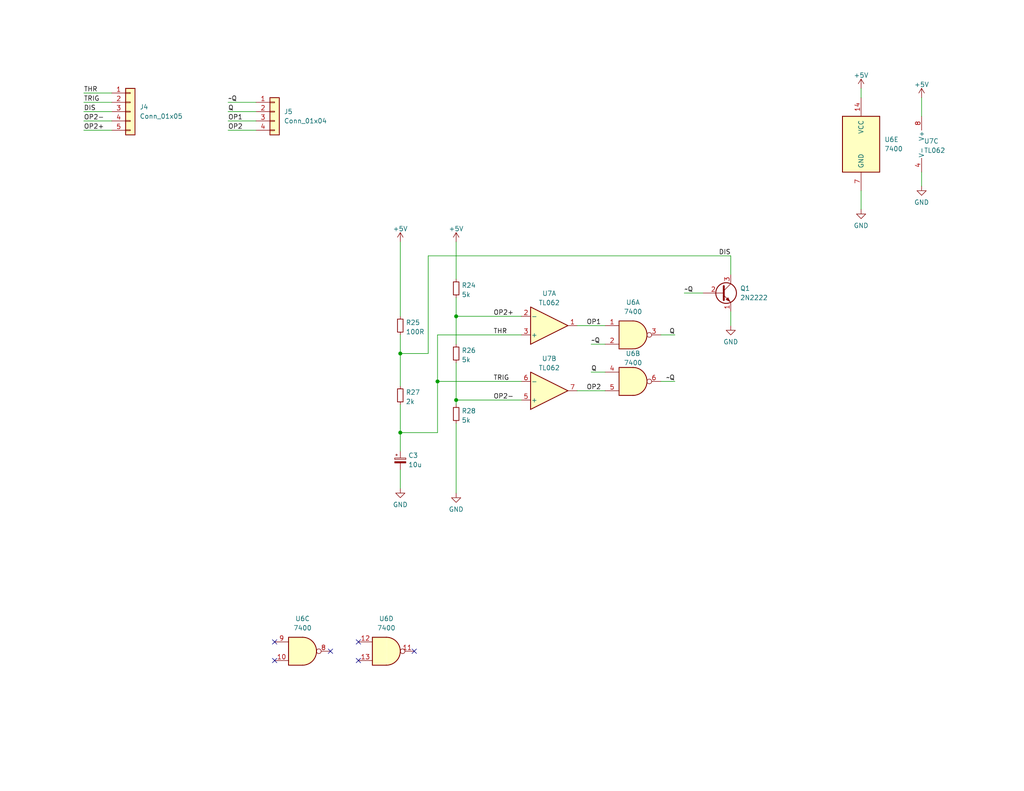
<source format=kicad_sch>
(kicad_sch (version 20211123) (generator eeschema)
  (paper "USLetter")
  (title_block (title "555") (date "2022-10-03") (rev "1.0") (company "Cristóbal Cuevas Lagos"))
  (lib_symbols
    (symbol "74xx:7400" (pin_names (offset 1.016))
      (property "Reference" "U" (at 0 1.27 0))
      (property "Value" "7400" (at 0 -1.27 0))
      (symbol "7400_1_1"
        (arc (start 0 -3.81) (mid 3.81 0) (end 0 3.81) (stroke (width 0.254)) (fill (type background)))
        (polyline (pts (xy 0 3.81) (xy -3.81 3.81) (xy -3.81 -3.81) (xy 0 -3.81)) (stroke (width 0.254)) (fill (type background)))
        (pin input line (at -7.62 2.54 0) (length 3.81) (name "~") (number "1"))
        (pin input line (at -7.62 -2.54 0) (length 3.81) (name "~") (number "2"))
        (pin output inverted (at 7.62 0 180) (length 3.81) (name "~") (number "3"))
      )
      (symbol "7400_1_2"
        (arc (start -3.81 -3.81) (mid -2.589 0) (end -3.81 3.81) (stroke (width 0.254)))
        (arc (start -0.6096 -3.81) (mid 2.1855 -2.584) (end 3.81 0) (stroke (width 0.254)) (fill (type background)))
        (polyline (pts (xy -3.81 -3.81) (xy -0.635 -3.81)) (stroke (width 0.254)) (fill (type background)))
        (polyline (pts (xy -3.81 3.81) (xy -0.635 3.81)) (stroke (width 0.254)) (fill (type background)))
        (polyline (pts (xy -0.635 3.81) (xy -3.81 3.81) (xy -3.81 3.81) (xy -3.556 3.4036) (xy -3.0226 2.2606) (xy -2.6924 1.0414) (xy -2.6162 -0.254) (xy -2.7686 -1.4986) (xy -3.175 -2.7178) (xy -3.81 -3.81) (xy -3.81 -3.81) (xy -0.635 -3.81)) (stroke (width -25.4)) (fill (type background)))
        (arc (start 3.81 0) (mid 2.1928 2.5925) (end -0.6096 3.81) (stroke (width 0.254)) (fill (type background)))
        (pin input inverted (at -7.62 2.54 0) (length 4.318) (name "~") (number "1"))
        (pin input inverted (at -7.62 -2.54 0) (length 4.318) (name "~") (number "2"))
        (pin output line (at 7.62 0 180) (length 3.81) (name "~") (number "3"))
      )
      (symbol "7400_2_1"
        (arc (start 0 -3.81) (mid 3.81 0) (end 0 3.81) (stroke (width 0.254)) (fill (type background)))
        (polyline (pts (xy 0 3.81) (xy -3.81 3.81) (xy -3.81 -3.81) (xy 0 -3.81)) (stroke (width 0.254)) (fill (type background)))
        (pin input line (at -7.62 2.54 0) (length 3.81) (name "~") (number "4"))
        (pin input line (at -7.62 -2.54 0) (length 3.81) (name "~") (number "5"))
        (pin output inverted (at 7.62 0 180) (length 3.81) (name "~") (number "6"))
      )
      (symbol "7400_2_2"
        (arc (start -3.81 -3.81) (mid -2.589 0) (end -3.81 3.81) (stroke (width 0.254)))
        (arc (start -0.6096 -3.81) (mid 2.1855 -2.584) (end 3.81 0) (stroke (width 0.254)) (fill (type background)))
        (polyline (pts (xy -3.81 -3.81) (xy -0.635 -3.81)) (stroke (width 0.254)) (fill (type background)))
        (polyline (pts (xy -3.81 3.81) (xy -0.635 3.81)) (stroke (width 0.254)) (fill (type background)))
        (polyline (pts (xy -0.635 3.81) (xy -3.81 3.81) (xy -3.81 3.81) (xy -3.556 3.4036) (xy -3.0226 2.2606) (xy -2.6924 1.0414) (xy -2.6162 -0.254) (xy -2.7686 -1.4986) (xy -3.175 -2.7178) (xy -3.81 -3.81) (xy -3.81 -3.81) (xy -0.635 -3.81)) (stroke (width -25.4)) (fill (type background)))
        (arc (start 3.81 0) (mid 2.1928 2.5925) (end -0.6096 3.81) (stroke (width 0.254)) (fill (type background)))
        (pin input inverted (at -7.62 2.54 0) (length 4.318) (name "~") (number "4"))
        (pin input inverted (at -7.62 -2.54 0) (length 4.318) (name "~") (number "5"))
        (pin output line (at 7.62 0 180) (length 3.81) (name "~") (number "6"))
      )
      (symbol "7400_3_1"
        (arc (start 0 -3.81) (mid 3.81 0) (end 0 3.81) (stroke (width 0.254)) (fill (type background)))
        (polyline (pts (xy 0 3.81) (xy -3.81 3.81) (xy -3.81 -3.81) (xy 0 -3.81)) (stroke (width 0.254)) (fill (type background)))
        (pin input line (at -7.62 -2.54 0) (length 3.81) (name "~") (number "10"))
        (pin output inverted (at 7.62 0 180) (length 3.81) (name "~") (number "8"))
        (pin input line (at -7.62 2.54 0) (length 3.81) (name "~") (number "9"))
      )
      (symbol "7400_3_2"
        (arc (start -3.81 -3.81) (mid -2.589 0) (end -3.81 3.81) (stroke (width 0.254)))
        (arc (start -0.6096 -3.81) (mid 2.1855 -2.584) (end 3.81 0) (stroke (width 0.254)) (fill (type background)))
        (polyline (pts (xy -3.81 -3.81) (xy -0.635 -3.81)) (stroke (width 0.254)) (fill (type background)))
        (polyline (pts (xy -3.81 3.81) (xy -0.635 3.81)) (stroke (width 0.254)) (fill (type background)))
        (polyline (pts (xy -0.635 3.81) (xy -3.81 3.81) (xy -3.81 3.81) (xy -3.556 3.4036) (xy -3.0226 2.2606) (xy -2.6924 1.0414) (xy -2.6162 -0.254) (xy -2.7686 -1.4986) (xy -3.175 -2.7178) (xy -3.81 -3.81) (xy -3.81 -3.81) (xy -0.635 -3.81)) (stroke (width -25.4)) (fill (type background)))
        (arc (start 3.81 0) (mid 2.1928 2.5925) (end -0.6096 3.81) (stroke (width 0.254)) (fill (type background)))
        (pin input inverted (at -7.62 -2.54 0) (length 4.318) (name "~") (number "10"))
        (pin output line (at 7.62 0 180) (length 3.81) (name "~") (number "8"))
        (pin input inverted (at -7.62 2.54 0) (length 4.318) (name "~") (number "9"))
      )
      (symbol "7400_4_1"
        (arc (start 0 -3.81) (mid 3.81 0) (end 0 3.81) (stroke (width 0.254)) (fill (type background)))
        (polyline (pts (xy 0 3.81) (xy -3.81 3.81) (xy -3.81 -3.81) (xy 0 -3.81)) (stroke (width 0.254)) (fill (type background)))
        (pin output inverted (at 7.62 0 180) (length 3.81) (name "~") (number "11"))
        (pin input line (at -7.62 2.54 0) (length 3.81) (name "~") (number "12"))
        (pin input line (at -7.62 -2.54 0) (length 3.81) (name "~") (number "13"))
      )
      (symbol "7400_4_2"
        (arc (start -3.81 -3.81) (mid -2.589 0) (end -3.81 3.81) (stroke (width 0.254)))
        (arc (start -0.6096 -3.81) (mid 2.1855 -2.584) (end 3.81 0) (stroke (width 0.254)) (fill (type background)))
        (polyline (pts (xy -3.81 -3.81) (xy -0.635 -3.81)) (stroke (width 0.254)) (fill (type background)))
        (polyline (pts (xy -3.81 3.81) (xy -0.635 3.81)) (stroke (width 0.254)) (fill (type background)))
        (polyline (pts (xy -0.635 3.81) (xy -3.81 3.81) (xy -3.81 3.81) (xy -3.556 3.4036) (xy -3.0226 2.2606) (xy -2.6924 1.0414) (xy -2.6162 -0.254) (xy -2.7686 -1.4986) (xy -3.175 -2.7178) (xy -3.81 -3.81) (xy -3.81 -3.81) (xy -0.635 -3.81)) (stroke (width -25.4)) (fill (type background)))
        (arc (start 3.81 0) (mid 2.1928 2.5925) (end -0.6096 3.81) (stroke (width 0.254)) (fill (type background)))
        (pin output line (at 7.62 0 180) (length 3.81) (name "~") (number "11"))
        (pin input inverted (at -7.62 2.54 0) (length 4.318) (name "~") (number "12"))
        (pin input inverted (at -7.62 -2.54 0) (length 4.318) (name "~") (number "13"))
      )
      (symbol "7400_5_0"
        (pin power_in line (at 0 12.7 270) (length 5.08) (name "VCC") (number "14"))
        (pin power_in line (at 0 -12.7 90) (length 5.08) (name "GND") (number "7"))
      )
      (symbol "7400_5_1"
        (rectangle (start -5.08 7.62) (end 5.08 -7.62) (stroke (width 0.254)) (fill (type background)))
      )
    )
    (symbol "Amplifier_Operational:TL062" (pin_names (offset 0.127))
      (property "Reference" "U" (at 0 5.08 0))
      (property "Value" "TL062" (at 0 -5.08 0))
      (symbol "TL062_1_1"
        (polyline (pts (xy -5.08 5.08) (xy 5.08 0) (xy -5.08 -5.08) (xy -5.08 5.08)) (stroke (width 0.254)) (fill (type background)))
        (pin output line (at 7.62 0 180) (length 2.54) (name "~") (number "1"))
        (pin input line (at -7.62 -2.54 0) (length 2.54) (name "-") (number "2"))
        (pin input line (at -7.62 2.54 0) (length 2.54) (name "+") (number "3"))
      )
      (symbol "TL062_2_1"
        (polyline (pts (xy -5.08 5.08) (xy 5.08 0) (xy -5.08 -5.08) (xy -5.08 5.08)) (stroke (width 0.254)) (fill (type background)))
        (pin input line (at -7.62 2.54 0) (length 2.54) (name "+") (number "5"))
        (pin input line (at -7.62 -2.54 0) (length 2.54) (name "-") (number "6"))
        (pin output line (at 7.62 0 180) (length 2.54) (name "~") (number "7"))
      )
      (symbol "TL062_3_1"
        (pin power_in line (at -2.54 -7.62 90) (length 3.81) (name "V-") (number "4"))
        (pin power_in line (at -2.54 7.62 270) (length 3.81) (name "V+") (number "8"))
      )
    )
    (symbol "Connector_Generic:Conn_01x04" (pin_names (offset 1.016) hide)
      (property "Reference" "J" (at 0 5.08 0))
      (property "Value" "Conn_01x04" (at 0 -7.62 0))
      (symbol "Conn_01x04_1_1"
        (rectangle (start -1.27 -4.953) (end 0 -5.207) (stroke (width 0.1524)))
        (rectangle (start -1.27 -2.413) (end 0 -2.667) (stroke (width 0.1524)))
        (rectangle (start -1.27 0.127) (end 0 -0.127) (stroke (width 0.1524)))
        (rectangle (start -1.27 2.667) (end 0 2.413) (stroke (width 0.1524)))
        (rectangle (start -1.27 3.81) (end 1.27 -6.35) (stroke (width 0.254)) (fill (type background)))
        (pin passive line (at -5.08 2.54 0) (length 3.81) (name "Pin_1") (number "1"))
        (pin passive line (at -5.08 0 0) (length 3.81) (name "Pin_2") (number "2"))
        (pin passive line (at -5.08 -2.54 0) (length 3.81) (name "Pin_3") (number "3"))
        (pin passive line (at -5.08 -5.08 0) (length 3.81) (name "Pin_4") (number "4"))
      )
    )
    (symbol "Connector_Generic:Conn_01x05" (pin_names (offset 1.016) hide)
      (property "Reference" "J" (at 0 7.62 0))
      (property "Value" "Conn_01x05" (at 0 -7.62 0))
      (symbol "Conn_01x05_1_1"
        (rectangle (start -1.27 -4.953) (end 0 -5.207) (stroke (width 0.1524)))
        (rectangle (start -1.27 -2.413) (end 0 -2.667) (stroke (width 0.1524)))
        (rectangle (start -1.27 0.127) (end 0 -0.127) (stroke (width 0.1524)))
        (rectangle (start -1.27 2.667) (end 0 2.413) (stroke (width 0.1524)))
        (rectangle (start -1.27 5.207) (end 0 4.953) (stroke (width 0.1524)))
        (rectangle (start -1.27 6.35) (end 1.27 -6.35) (stroke (width 0.254)) (fill (type background)))
        (pin passive line (at -5.08 5.08 0) (length 3.81) (name "Pin_1") (number "1"))
        (pin passive line (at -5.08 2.54 0) (length 3.81) (name "Pin_2") (number "2"))
        (pin passive line (at -5.08 0 0) (length 3.81) (name "Pin_3") (number "3"))
        (pin passive line (at -5.08 -2.54 0) (length 3.81) (name "Pin_4") (number "4"))
        (pin passive line (at -5.08 -5.08 0) (length 3.81) (name "Pin_5") (number "5"))
      )
    )
    (symbol "Device:C_Polarized_Small" (pin_numbers hide) (pin_names (offset 0.254) hide)
      (property "Reference" "C" (at 0.254 1.778 0))
      (property "Value" "C_Polarized_Small" (at 0.254 -2.032 0))
      (symbol "C_Polarized_Small_0_1"
        (rectangle (start -1.524 -0.3048) (end 1.524 -0.6858) (fill (type outline)))
        (rectangle (start -1.524 0.6858) (end 1.524 0.3048))
        (polyline (pts (xy -1.27 1.524) (xy -0.762 1.524)))
        (polyline (pts (xy -1.016 1.27) (xy -1.016 1.778)))
      )
      (symbol "C_Polarized_Small_1_1"
        (pin passive line (at 0 2.54 270) (length 1.8542) (name "~") (number "1"))
        (pin passive line (at 0 -2.54 90) (length 1.8542) (name "~") (number "2"))
      )
    )
    (symbol "Device:R_Small" (pin_numbers hide) (pin_names (offset 0.254) hide)
      (property "Reference" "R" (at 0.762 0.508 0))
      (property "Value" "R_Small" (at 0.762 -1.016 0))
      (symbol "R_Small_0_1"
        (rectangle (start -0.762 1.778) (end 0.762 -1.778) (stroke (width 0.2032)))
      )
      (symbol "R_Small_1_1"
        (pin passive line (at 0 2.54 270) (length 0.762) (name "~") (number "1"))
        (pin passive line (at 0 -2.54 90) (length 0.762) (name "~") (number "2"))
      )
    )
    (symbol "Transistor_BJT:2N3904" (pin_names (offset 0) hide)
      (property "Reference" "Q" (at 5.08 1.905 0))
      (property "Value" "2N3904" (at 5.08 0 0))
      (symbol "2N3904_0_1"
        (polyline (pts (xy 0.635 0.635) (xy 2.54 2.54)))
        (polyline (pts (xy 0.635 -0.635) (xy 2.54 -2.54) (xy 2.54 -2.54)))
        (polyline (pts (xy 0.635 1.905) (xy 0.635 -1.905) (xy 0.635 -1.905)) (stroke (width 0.508)))
        (polyline (pts (xy 1.27 -1.778) (xy 1.778 -1.27) (xy 2.286 -2.286) (xy 1.27 -1.778) (xy 1.27 -1.778)) (fill (type outline)))
        (circle (center 1.27 0) (radius 2.8194) (stroke (width 0.254)))
      )
      (symbol "2N3904_1_1"
        (pin passive line (at 2.54 -5.08 90) (length 2.54) (name "E") (number "1"))
        (pin passive line (at -5.08 0 0) (length 5.715) (name "B") (number "2"))
        (pin passive line (at 2.54 5.08 270) (length 2.54) (name "C") (number "3"))
      )
    )
    (symbol "power:+5V" (power) (pin_names (offset 0))
      (property "Value" "+5V" (at 0 3.556 0))
      (symbol "+5V_0_1"
        (polyline (pts (xy -0.762 1.27) (xy 0 2.54)))
        (polyline (pts (xy 0 0) (xy 0 2.54)))
        (polyline (pts (xy 0 2.54) (xy 0.762 1.27)))
      )
      (symbol "+5V_1_1"
        (pin power_in line (at 0 0 90) (length 0) hide (name "+5V") (number "1"))
      )
    )
    (symbol "power:GND" (power) (pin_names (offset 0))
      (property "Value" "GND" (at 0 -3.81 0))
      (symbol "GND_0_1"
        (polyline (pts (xy 0 0) (xy 0 -1.27) (xy 1.27 -1.27) (xy 0 -2.54) (xy -1.27 -1.27) (xy 0 -1.27)))
      )
      (symbol "GND_1_1"
        (pin power_in line (at 0 0 270) (length 0) hide (name "GND") (number "1"))
      )
    )
  )
  (junction (at 109.22 118.11))
  (junction (at 109.22 96.52))
  (junction (at 124.46 86.36))
  (junction (at 124.46 109.22))
  (junction (at 119.38 104.14))
  (no_connect (at 74.93 175.26))
  (no_connect (at 74.93 180.34))
  (no_connect (at 90.17 177.8))
  (no_connect (at 97.79 175.26))
  (no_connect (at 97.79 180.34))
  (no_connect (at 113.03 177.8))
  (wire (pts (xy 62.23 27.94) (xy 69.85 27.94)))
  (wire (pts (xy 109.22 110.49) (xy 109.22 118.11)))
  (wire (pts (xy 124.46 115.57) (xy 124.46 134.62)))
  (wire (pts (xy 22.86 25.4) (xy 30.48 25.4)))
  (wire (pts (xy 119.38 91.44) (xy 142.24 91.44)))
  (wire (pts (xy 22.86 33.02) (xy 30.48 33.02)))
  (wire (pts (xy 119.38 104.14) (xy 142.24 104.14)))
  (wire (pts (xy 199.39 69.85) (xy 116.84 69.85)))
  (wire (pts (xy 124.46 99.06) (xy 124.46 109.22)))
  (wire (pts (xy 124.46 86.36) (xy 142.24 86.36)))
  (wire (pts (xy 180.34 91.44) (xy 184.15 91.44)))
  (wire (pts (xy 234.95 52.07) (xy 234.95 57.15)))
  (wire (pts (xy 124.46 66.04) (xy 124.46 76.2)))
  (wire (pts (xy 22.86 30.48) (xy 30.48 30.48)))
  (wire (pts (xy 109.22 118.11) (xy 109.22 123.19)))
  (wire (pts (xy 119.38 118.11) (xy 109.22 118.11)))
  (wire (pts (xy 161.29 93.98) (xy 165.1 93.98)))
  (wire (pts (xy 124.46 109.22) (xy 124.46 110.49)))
  (wire (pts (xy 157.48 106.68) (xy 165.1 106.68)))
  (wire (pts (xy 199.39 74.93) (xy 199.39 69.85)))
  (wire (pts (xy 119.38 104.14) (xy 119.38 118.11)))
  (wire (pts (xy 109.22 66.04) (xy 109.22 86.36)))
  (wire (pts (xy 124.46 109.22) (xy 142.24 109.22)))
  (wire (pts (xy 22.86 35.56) (xy 30.48 35.56)))
  (wire (pts (xy 109.22 128.27) (xy 109.22 133.35)))
  (wire (pts (xy 62.23 30.48) (xy 69.85 30.48)))
  (wire (pts (xy 186.69 80.01) (xy 191.77 80.01)))
  (wire (pts (xy 22.86 27.94) (xy 30.48 27.94)))
  (wire (pts (xy 124.46 86.36) (xy 124.46 93.98)))
  (wire (pts (xy 124.46 86.36) (xy 124.46 81.28)))
  (wire (pts (xy 251.46 46.99) (xy 251.46 50.8)))
  (wire (pts (xy 109.22 91.44) (xy 109.22 96.52)))
  (wire (pts (xy 234.95 24.13) (xy 234.95 26.67)))
  (wire (pts (xy 199.39 85.09) (xy 199.39 88.9)))
  (wire (pts (xy 109.22 96.52) (xy 109.22 105.41)))
  (wire (pts (xy 251.46 26.67) (xy 251.46 31.75)))
  (wire (pts (xy 180.34 104.14) (xy 184.15 104.14)))
  (wire (pts (xy 62.23 35.56) (xy 69.85 35.56)))
  (wire (pts (xy 116.84 96.52) (xy 109.22 96.52)))
  (wire (pts (xy 157.48 88.9) (xy 165.1 88.9)))
  (wire (pts (xy 161.29 101.6) (xy 165.1 101.6)))
  (wire (pts (xy 62.23 33.02) (xy 69.85 33.02)))
  (wire (pts (xy 116.84 69.85) (xy 116.84 96.52)))
  (wire (pts (xy 119.38 91.44) (xy 119.38 104.14)))
  (label "THR" (at 134.62 91.44 0))
  (label "TRIG" (at 134.62 104.14 0))
  (label "OP2-" (at 134.62 109.22 0))
  (label "Q" (at 161.29 101.6 0))
  (label "~Q" (at 186.69 80.01 0))
  (label "TRIG" (at 22.86 27.94 0))
  (label "DIS" (at 199.39 69.85 180))
  (label "~Q" (at 184.15 104.14 180))
  (label "OP1" (at 160.02 88.9 0))
  (label "OP1" (at 62.23 33.02 0))
  (label "OP2+" (at 134.62 86.36 0))
  (label "~Q" (at 62.23 27.94 0))
  (label "Q" (at 184.15 91.44 180))
  (label "OP2" (at 160.02 106.68 0))
  (label "Q" (at 62.23 30.48 0))
  (label "~Q" (at 161.29 93.98 0))
  (label "OP2+" (at 22.86 35.56 0))
  (label "OP2" (at 62.23 35.56 0))
  (label "OP2-" (at 22.86 33.02 0))
  (label "THR" (at 22.86 25.4 0))
  (label "DIS" (at 22.86 30.48 0))
  (symbol (lib_id "power:GND") (at 234.95 57.15 0) (unit 1)
    (property "Reference" "#PWR024" (effects hide))
    (property "Value" "GND" (at 234.95 61.5934 0))
  )
  (symbol (lib_id "power:+5V") (at 124.46 66.04 0) (unit 1)
    (property "Reference" "#PWR026" (effects hide))
    (property "Value" "+5V" (at 124.46 62.4642 0))
  )
  (symbol (lib_id "Transistor_BJT:2N3904") (at 196.85 80.01 0) (unit 1)
    (property "Reference" "Q1" (at 201.93 78.7399 0) (effects (justify left)))
    (property "Value" "2N2222" (at 201.93 81.2799 0) (effects (justify left)))
    (property "Footprint" "Package_TO_SOT_THT:TO-92_Inline" (effects hide))
    (property "Datasheet" "https://www.onsemi.com/pub/Collateral/2N3903-D.PDF" (effects hide))
  )
  (symbol (lib_id "power:GND") (at 109.22 133.35 0) (unit 1)
    (property "Reference" "#PWR028" (effects hide))
    (property "Value" "GND" (at 109.22 137.7934 0))
  )
  (symbol (lib_id "Device:R_Small") (at 109.22 88.9 0) (unit 1)
    (property "Reference" "R25" (at 110.7186 88.0653 0) (effects (justify left)))
    (property "Value" "100R" (at 110.7186 90.6022 0) (effects (justify left)))
    (property "Footprint" "Resistor_THT:R_Axial_DIN0207_L6.3mm_D2.5mm_P7.62mm_Horizontal" (effects hide))
  )
  (symbol (lib_id "74xx:7400") (at 234.95 39.37 0) (unit 5)
    (property "Reference" "U6" (at 241.3 38.0999 0) (effects (justify left)))
    (property "Value" "7400" (at 241.3 40.6399 0) (effects (justify left)))
    (property "Footprint" "Package_DIP:DIP-14_W7.62mm" (effects hide))
    (property "Datasheet" "http://www.ti.com/lit/gpn/sn7400" (effects hide))
  )
  (symbol (lib_id "Device:C_Polarized_Small") (at 109.22 125.73 0) (unit 1)
    (property "Reference" "C3" (at 111.379 124.3492 0) (effects (justify left)))
    (property "Value" "10u" (at 111.379 126.8861 0) (effects (justify left)))
    (property "Footprint" "Capacitor_THT:C_Radial_D5.0mm_H5.0mm_P2.00mm" (effects hide))
  )
  (symbol (lib_id "Connector_Generic:Conn_01x05") (at 35.56 30.48 0) (unit 1)
    (property "Reference" "J4" (at 38.1 29.2099 0) (effects (justify left)))
    (property "Value" "Conn_01x05" (at 38.1 31.7499 0) (effects (justify left)))
    (property "Footprint" "Connector_PinHeader_2.54mm:PinHeader_1x05_P2.54mm_Vertical" (effects hide))
  )
  (symbol (lib_id "power:+5V") (at 109.22 66.04 0) (unit 1)
    (property "Reference" "#PWR025" (effects hide))
    (property "Value" "+5V" (at 109.22 62.4642 0))
  )
  (symbol (lib_id "74xx:7400") (at 105.41 177.8 0) (unit 4)
    (property "Reference" "U6" (at 105.41 168.91 0))
    (property "Value" "7400" (at 105.41 171.45 0))
    (property "Footprint" "Package_DIP:DIP-14_W7.62mm" (effects hide))
    (property "Datasheet" "http://www.ti.com/lit/gpn/sn7400" (effects hide))
  )
  (symbol (lib_id "Device:R_Small") (at 124.46 78.74 0) (unit 1)
    (property "Reference" "R24" (at 125.9586 77.9053 0) (effects (justify left)))
    (property "Value" "5k" (at 125.9586 80.4422 0) (effects (justify left)))
    (property "Footprint" "Resistor_THT:R_Axial_DIN0207_L6.3mm_D2.5mm_P7.62mm_Horizontal" (effects hide))
  )
  (symbol (lib_id "Device:R_Small") (at 124.46 113.03 0) (unit 1)
    (property "Reference" "R28" (at 125.9586 112.1953 0) (effects (justify left)))
    (property "Value" "5k" (at 125.9586 114.7322 0) (effects (justify left)))
    (property "Footprint" "Resistor_THT:R_Axial_DIN0207_L6.3mm_D2.5mm_P7.62mm_Horizontal" (effects hide))
  )
  (symbol (lib_id "power:GND") (at 251.46 50.8 0) (unit 1)
    (property "Reference" "#PWR023" (effects hide))
    (property "Value" "GND" (at 251.46 55.2434 0))
  )
  (symbol (lib_id "Device:R_Small") (at 124.46 96.52 0) (unit 1)
    (property "Reference" "R26" (at 125.9586 95.6853 0) (effects (justify left)))
    (property "Value" "5k" (at 125.9586 98.2222 0) (effects (justify left)))
    (property "Footprint" "Resistor_THT:R_Axial_DIN0207_L6.3mm_D2.5mm_P7.62mm_Horizontal" (effects hide))
  )
  (symbol (lib_id "Connector_Generic:Conn_01x04") (at 74.93 30.48 0) (unit 1)
    (property "Reference" "J5" (at 77.47 30.4799 0) (effects (justify left)))
    (property "Value" "Conn_01x04" (at 77.47 33.0199 0) (effects (justify left)))
    (property "Footprint" "Connector_PinHeader_2.54mm:PinHeader_1x04_P2.54mm_Vertical" (effects hide))
  )
  (symbol (lib_id "74xx:7400") (at 82.55 177.8 0) (unit 3)
    (property "Reference" "U6" (at 82.55 168.91 0))
    (property "Value" "7400" (at 82.55 171.45 0))
    (property "Footprint" "Package_DIP:DIP-14_W7.62mm" (effects hide))
    (property "Datasheet" "http://www.ti.com/lit/gpn/sn7400" (effects hide))
  )
  (symbol (lib_id "Amplifier_Operational:TL062") (at 149.86 106.68 0) (mirror x) (unit 2)
    (property "Reference" "U7" (at 149.86 97.9002 0))
    (property "Value" "TL062" (at 149.86 100.4371 0))
    (property "Footprint" "Package_DIP:DIP-8_W7.62mm" (effects hide))
    (property "Datasheet" "http://www.ti.com/lit/ds/symlink/tl061.pdf" (effects hide))
  )
  (symbol (lib_id "power:GND") (at 199.39 88.9 0) (unit 1)
    (property "Reference" "#PWR027" (effects hide))
    (property "Value" "GND" (at 199.39 93.3434 0))
  )
  (symbol (lib_id "power:GND") (at 124.46 134.62 0) (unit 1)
    (property "Reference" "#PWR029" (effects hide))
    (property "Value" "GND" (at 124.46 139.0634 0))
  )
  (symbol (lib_id "74xx:7400") (at 172.72 104.14 0) (unit 2)
    (property "Reference" "U6" (at 172.72 96.52 0))
    (property "Value" "7400" (at 172.72 99.06 0))
    (property "Footprint" "Package_DIP:DIP-14_W7.62mm" (effects hide))
    (property "Datasheet" "http://www.ti.com/lit/gpn/sn7400" (effects hide))
  )
  (symbol (lib_id "Amplifier_Operational:TL062") (at 254 39.37 0) (unit 3)
    (property "Reference" "U7" (at 252.095 38.5353 0) (effects (justify left)))
    (property "Value" "TL062" (at 252.095 41.0722 0) (effects (justify left)))
    (property "Footprint" "Package_DIP:DIP-8_W7.62mm" (effects hide))
    (property "Datasheet" "http://www.ti.com/lit/ds/symlink/tl061.pdf" (effects hide))
  )
  (symbol (lib_id "74xx:7400") (at 172.72 91.44 0) (unit 1)
    (property "Reference" "U6" (at 172.72 82.55 0))
    (property "Value" "7400" (at 172.72 85.09 0))
    (property "Footprint" "Package_DIP:DIP-14_W7.62mm" (effects hide))
    (property "Datasheet" "http://www.ti.com/lit/gpn/sn7400" (effects hide))
  )
  (symbol (lib_id "power:+5V") (at 234.95 24.13 0) (unit 1)
    (property "Reference" "#PWR021" (effects hide))
    (property "Value" "+5V" (at 234.95 20.5542 0))
  )
  (symbol (lib_id "Amplifier_Operational:TL062") (at 149.86 88.9 0) (mirror x) (unit 1)
    (property "Reference" "U7" (at 149.86 80.1202 0))
    (property "Value" "TL062" (at 149.86 82.6571 0))
    (property "Footprint" "Package_DIP:DIP-8_W7.62mm" (effects hide))
    (property "Datasheet" "http://www.ti.com/lit/ds/symlink/tl061.pdf" (effects hide))
  )
  (symbol (lib_id "power:+5V") (at 251.46 26.67 0) (unit 1)
    (property "Reference" "#PWR022" (effects hide))
    (property "Value" "+5V" (at 251.46 23.0942 0))
  )
  (symbol (lib_id "Device:R_Small") (at 109.22 107.95 0) (unit 1)
    (property "Reference" "R27" (at 110.7186 107.1153 0) (effects (justify left)))
    (property "Value" "2k" (at 110.7186 109.6522 0) (effects (justify left)))
    (property "Footprint" "Resistor_THT:R_Axial_DIN0207_L6.3mm_D2.5mm_P7.62mm_Horizontal" (effects hide))
  )
)
</source>
